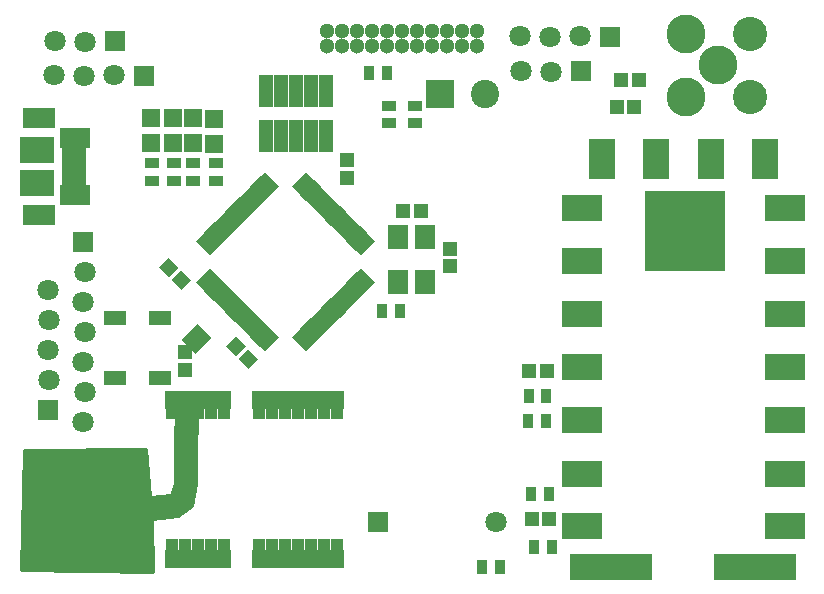
<source format=gts>
G04 #@! TF.FileFunction,Soldermask,Top*
%FSLAX46Y46*%
G04 Gerber Fmt 4.6, Leading zero omitted, Abs format (unit mm)*
G04 Created by KiCad (PCBNEW (after 2015-may-01 BZR unknown)-product) date Sun 10 May 2015 22:33:08 EDT*
%MOMM*%
G01*
G04 APERTURE LIST*
%ADD10C,0.100000*%
%ADD11R,2.100000X4.000000*%
%ADD12R,1.150000X1.200000*%
%ADD13R,1.200000X1.150000*%
%ADD14R,1.598880X1.598880*%
%ADD15C,2.398980*%
%ADD16R,2.398980X2.398980*%
%ADD17R,1.797000X1.797000*%
%ADD18C,1.797000*%
%ADD19R,1.160000X2.800000*%
%ADD20C,1.300000*%
%ADD21R,1.300000X0.900000*%
%ADD22R,0.900000X1.300000*%
%ADD23R,7.000000X2.200000*%
%ADD24R,3.400000X2.200000*%
%ADD25R,2.200000X3.400000*%
%ADD26R,6.800000X6.800000*%
%ADD27R,2.099260X0.798780*%
%ADD28R,2.701240X1.700480*%
%ADD29R,2.602180X1.700480*%
%ADD30R,2.899360X2.200860*%
%ADD31R,1.700480X2.000200*%
%ADD32C,3.300000*%
%ADD33C,2.900000*%
%ADD34R,1.200000X1.600000*%
%ADD35R,1.000000X1.300000*%
%ADD36R,1.924000X1.162000*%
%ADD37R,1.800000X1.800000*%
%ADD38C,1.800000*%
%ADD39C,0.254000*%
G04 APERTURE END LIST*
D10*
D11*
X149400000Y-80975000D03*
X142400000Y-80975000D03*
D12*
X154900000Y-69450000D03*
X154900000Y-67950000D03*
D10*
G36*
X161111180Y-68498008D02*
X160298008Y-69311180D01*
X159449480Y-68462652D01*
X160262652Y-67649480D01*
X161111180Y-68498008D01*
X161111180Y-68498008D01*
G37*
G36*
X160050520Y-67437348D02*
X159237348Y-68250520D01*
X158388820Y-67401992D01*
X159201992Y-66588820D01*
X160050520Y-67437348D01*
X160050520Y-67437348D01*
G37*
D12*
X177350000Y-60650000D03*
X177350000Y-59150000D03*
D13*
X173350000Y-55950000D03*
X174850000Y-55950000D03*
X184250000Y-82050000D03*
X185750000Y-82050000D03*
X191450000Y-47200000D03*
X192950000Y-47200000D03*
X191800000Y-44900000D03*
X193300000Y-44900000D03*
X184050000Y-69500000D03*
X185550000Y-69500000D03*
D14*
X152050000Y-48100980D03*
X152050000Y-50199020D03*
X153850000Y-48100980D03*
X153850000Y-50199020D03*
X155550000Y-48100980D03*
X155550000Y-50199020D03*
X157350000Y-48200980D03*
X157350000Y-50299020D03*
D15*
X180260000Y-46100000D03*
D16*
X176450000Y-46100000D03*
D10*
G36*
X155993395Y-65525737D02*
X157174263Y-66706605D01*
X156442407Y-67438461D01*
X155261539Y-66257593D01*
X155993395Y-65525737D01*
X155993395Y-65525737D01*
G37*
G36*
X155357593Y-66161539D02*
X156538461Y-67342407D01*
X155806605Y-68074263D01*
X154625737Y-66893395D01*
X155357593Y-66161539D01*
X155357593Y-66161539D01*
G37*
D17*
X188390000Y-44089040D03*
D18*
X185850000Y-44210960D03*
X183310000Y-44089040D03*
D17*
X148940000Y-41539040D03*
D18*
X146400000Y-41660960D03*
X143860000Y-41539040D03*
X148920000Y-44439040D03*
X146380000Y-44560960D03*
D17*
X151460000Y-44560960D03*
D18*
X143840000Y-44439040D03*
X188370000Y-41139040D03*
X185830000Y-41260960D03*
D17*
X190910000Y-41260960D03*
D18*
X183290000Y-41139040D03*
D17*
X143289040Y-72780000D03*
D18*
X143410960Y-70240000D03*
X143289040Y-67700000D03*
X143410960Y-65160000D03*
X143289040Y-62620000D03*
X146410960Y-61170000D03*
X146289040Y-63710000D03*
X146410960Y-66250000D03*
X146289040Y-68790000D03*
X146410960Y-71330000D03*
D17*
X146289040Y-58630000D03*
D18*
X146289040Y-73870000D03*
D19*
X161730000Y-49620000D03*
X161730000Y-45810000D03*
X163000000Y-49620000D03*
X163000000Y-45810000D03*
X164270000Y-49620000D03*
X164270000Y-45810000D03*
X165540000Y-49620000D03*
X165540000Y-45810000D03*
X166810000Y-49620000D03*
X166810000Y-45810000D03*
D20*
X166920000Y-40730000D03*
X168190000Y-40730000D03*
X169460000Y-40730000D03*
X170730000Y-40730000D03*
X172000000Y-40730000D03*
X173270000Y-40730000D03*
X174540000Y-40730000D03*
X175810000Y-40730000D03*
X177080000Y-40730000D03*
X178350000Y-40730000D03*
X179620000Y-40730000D03*
X179620000Y-42000000D03*
X178350000Y-42000000D03*
X177080000Y-42000000D03*
X175810000Y-42000000D03*
X174540000Y-42000000D03*
X173270000Y-42000000D03*
X172000000Y-42000000D03*
X170730000Y-42000000D03*
X169460000Y-42000000D03*
X168190000Y-42000000D03*
X166920000Y-42000000D03*
D21*
X174400000Y-48550000D03*
X174400000Y-47050000D03*
X172150000Y-48550000D03*
X172150000Y-47050000D03*
X152100000Y-51900000D03*
X152100000Y-53400000D03*
X154000000Y-51900000D03*
X154000000Y-53400000D03*
X155600000Y-51900000D03*
X155600000Y-53400000D03*
X157550000Y-51900000D03*
X157550000Y-53400000D03*
D22*
X171600000Y-64450000D03*
X173100000Y-64450000D03*
X184200000Y-79950000D03*
X185700000Y-79950000D03*
X185950000Y-84400000D03*
X184450000Y-84400000D03*
X183950000Y-73750000D03*
X185450000Y-73750000D03*
X184000000Y-71600000D03*
X185500000Y-71600000D03*
D23*
X203200000Y-86100000D03*
D24*
X205700000Y-82650000D03*
X205700000Y-78200000D03*
X205700000Y-73700000D03*
X205700000Y-69200000D03*
X205700000Y-64700000D03*
X205700000Y-60200000D03*
X205700000Y-55700000D03*
D25*
X204000000Y-51600000D03*
X194800000Y-51600000D03*
X199400000Y-51600000D03*
X190200000Y-51600000D03*
D24*
X188500000Y-55700000D03*
X188500000Y-60200000D03*
X188500000Y-64700000D03*
X188500000Y-69200000D03*
X188500000Y-73700000D03*
X188500000Y-78200000D03*
X188500000Y-82650000D03*
D23*
X191000000Y-86100000D03*
D26*
X197200000Y-57700000D03*
D27*
X145475680Y-52175000D03*
X145475680Y-51524760D03*
X145475680Y-53475480D03*
D28*
X142575000Y-48075440D03*
D29*
X145574740Y-49774700D03*
D28*
X142575000Y-56274560D03*
D29*
X145574740Y-54575300D03*
D27*
X145475680Y-52825240D03*
D30*
X142374340Y-50775460D03*
X142374340Y-53574540D03*
D27*
X145475680Y-50874520D03*
D31*
X172899380Y-61999920D03*
X172899380Y-58200080D03*
X175200620Y-58200080D03*
X175200620Y-61999920D03*
D32*
X200000000Y-43650000D03*
D33*
X202700020Y-40949980D03*
D32*
X197299980Y-40949980D03*
X197299980Y-46350020D03*
D33*
X202700020Y-46350020D03*
D22*
X172000000Y-44300000D03*
X170500000Y-44300000D03*
D34*
X153800000Y-85400000D03*
D35*
X153800000Y-84350000D03*
D34*
X154900000Y-85400000D03*
D35*
X154900000Y-84350000D03*
D34*
X156000000Y-85400000D03*
D35*
X156000000Y-84350000D03*
D34*
X157100000Y-85400000D03*
D35*
X157100000Y-84350000D03*
D34*
X158200000Y-85400000D03*
D35*
X158200000Y-84350000D03*
D34*
X161200000Y-85400000D03*
D35*
X161200000Y-84350000D03*
D34*
X162300000Y-85400000D03*
D35*
X162300000Y-84350000D03*
D34*
X163400000Y-85400000D03*
D35*
X163400000Y-84350000D03*
D34*
X164500000Y-85400000D03*
D35*
X164500000Y-84350000D03*
D34*
X165600000Y-85400000D03*
D35*
X165600000Y-84350000D03*
D34*
X166700000Y-85400000D03*
D35*
X166700000Y-84350000D03*
D34*
X167800000Y-85400000D03*
D35*
X167800000Y-84350000D03*
D34*
X153800000Y-72000000D03*
D35*
X153800000Y-73000000D03*
D34*
X154900000Y-72000000D03*
D35*
X154900000Y-73000000D03*
D34*
X156000000Y-72000000D03*
D35*
X156000000Y-73000000D03*
D34*
X157100000Y-72000000D03*
D35*
X157100000Y-73000000D03*
D34*
X158200000Y-72000000D03*
D35*
X158200000Y-73000000D03*
D34*
X161200000Y-72000000D03*
D35*
X161200000Y-73000000D03*
D34*
X162300000Y-72000000D03*
D35*
X162300000Y-73000000D03*
D34*
X163400000Y-72000000D03*
D35*
X163400000Y-73000000D03*
D34*
X164500000Y-72000000D03*
D35*
X164500000Y-73000000D03*
D34*
X165600000Y-72000000D03*
D35*
X165600000Y-73000000D03*
D34*
X166700000Y-72000000D03*
D35*
X166700000Y-73000000D03*
D34*
X167800000Y-72000000D03*
D35*
X167800000Y-73000000D03*
D36*
X152755000Y-65060000D03*
X152755000Y-70140000D03*
X148945000Y-65060000D03*
X148945000Y-70140000D03*
D12*
X168650000Y-51650000D03*
X168650000Y-53150000D03*
D10*
G36*
X152713820Y-60751992D02*
X153526992Y-59938820D01*
X154375520Y-60787348D01*
X153562348Y-61600520D01*
X152713820Y-60751992D01*
X152713820Y-60751992D01*
G37*
G36*
X153774480Y-61812652D02*
X154587652Y-60999480D01*
X155436180Y-61848008D01*
X154623008Y-62661180D01*
X153774480Y-61812652D01*
X153774480Y-61812652D01*
G37*
G36*
X156883135Y-63068075D02*
X158085555Y-61865655D01*
X158601743Y-62381843D01*
X157399323Y-63584263D01*
X156883135Y-63068075D01*
X156883135Y-63068075D01*
G37*
G36*
X157236957Y-63421897D02*
X158439377Y-62219477D01*
X158955565Y-62735665D01*
X157753145Y-63938085D01*
X157236957Y-63421897D01*
X157236957Y-63421897D01*
G37*
G36*
X157590779Y-63775719D02*
X158793199Y-62573299D01*
X159309387Y-63089487D01*
X158106967Y-64291907D01*
X157590779Y-63775719D01*
X157590779Y-63775719D01*
G37*
G36*
X157944601Y-64129541D02*
X159147021Y-62927121D01*
X159663209Y-63443309D01*
X158460789Y-64645729D01*
X157944601Y-64129541D01*
X157944601Y-64129541D01*
G37*
G36*
X158298423Y-64483363D02*
X159500843Y-63280943D01*
X160017031Y-63797131D01*
X158814611Y-64999551D01*
X158298423Y-64483363D01*
X158298423Y-64483363D01*
G37*
G36*
X155823464Y-62008404D02*
X157025884Y-60805984D01*
X157542072Y-61322172D01*
X156339652Y-62524592D01*
X155823464Y-62008404D01*
X155823464Y-62008404D01*
G37*
G36*
X156175490Y-62360430D02*
X157377910Y-61158010D01*
X157894098Y-61674198D01*
X156691678Y-62876618D01*
X156175490Y-62360430D01*
X156175490Y-62360430D01*
G37*
G36*
X156529313Y-62714252D02*
X157731733Y-61511832D01*
X158247921Y-62028020D01*
X157045501Y-63230440D01*
X156529313Y-62714252D01*
X156529313Y-62714252D01*
G37*
G36*
X163955984Y-66624116D02*
X164472172Y-66107928D01*
X165674592Y-67310348D01*
X165158404Y-67826536D01*
X163955984Y-66624116D01*
X163955984Y-66624116D01*
G37*
G36*
X164308010Y-66272090D02*
X164824198Y-65755902D01*
X166026618Y-66958322D01*
X165510430Y-67474510D01*
X164308010Y-66272090D01*
X164308010Y-66272090D01*
G37*
G36*
X164661832Y-65918267D02*
X165178020Y-65402079D01*
X166380440Y-66604499D01*
X165864252Y-67120687D01*
X164661832Y-65918267D01*
X164661832Y-65918267D01*
G37*
G36*
X165015655Y-65564445D02*
X165531843Y-65048257D01*
X166734263Y-66250677D01*
X166218075Y-66766865D01*
X165015655Y-65564445D01*
X165015655Y-65564445D01*
G37*
G36*
X165369477Y-65210623D02*
X165885665Y-64694435D01*
X167088085Y-65896855D01*
X166571897Y-66413043D01*
X165369477Y-65210623D01*
X165369477Y-65210623D01*
G37*
G36*
X165723299Y-64856801D02*
X166239487Y-64340613D01*
X167441907Y-65543033D01*
X166925719Y-66059221D01*
X165723299Y-64856801D01*
X165723299Y-64856801D01*
G37*
G36*
X166077121Y-64502979D02*
X166593309Y-63986791D01*
X167795729Y-65189211D01*
X167279541Y-65705399D01*
X166077121Y-64502979D01*
X166077121Y-64502979D01*
G37*
G36*
X166430943Y-64149157D02*
X166947131Y-63632969D01*
X168149551Y-64835389D01*
X167633363Y-65351577D01*
X166430943Y-64149157D01*
X166430943Y-64149157D01*
G37*
G36*
X169257928Y-59177828D02*
X170460348Y-57975408D01*
X170976536Y-58491596D01*
X169774116Y-59694016D01*
X169257928Y-59177828D01*
X169257928Y-59177828D01*
G37*
G36*
X168905902Y-58825802D02*
X170108322Y-57623382D01*
X170624510Y-58139570D01*
X169422090Y-59341990D01*
X168905902Y-58825802D01*
X168905902Y-58825802D01*
G37*
G36*
X168552079Y-58471980D02*
X169754499Y-57269560D01*
X170270687Y-57785748D01*
X169068267Y-58988168D01*
X168552079Y-58471980D01*
X168552079Y-58471980D01*
G37*
G36*
X168198257Y-58118157D02*
X169400677Y-56915737D01*
X169916865Y-57431925D01*
X168714445Y-58634345D01*
X168198257Y-58118157D01*
X168198257Y-58118157D01*
G37*
G36*
X167844435Y-57764335D02*
X169046855Y-56561915D01*
X169563043Y-57078103D01*
X168360623Y-58280523D01*
X167844435Y-57764335D01*
X167844435Y-57764335D01*
G37*
G36*
X167490613Y-57410513D02*
X168693033Y-56208093D01*
X169209221Y-56724281D01*
X168006801Y-57926701D01*
X167490613Y-57410513D01*
X167490613Y-57410513D01*
G37*
G36*
X167136791Y-57056691D02*
X168339211Y-55854271D01*
X168855399Y-56370459D01*
X167652979Y-57572879D01*
X167136791Y-57056691D01*
X167136791Y-57056691D01*
G37*
G36*
X166782969Y-56702869D02*
X167985389Y-55500449D01*
X168501577Y-56016637D01*
X167299157Y-57219057D01*
X166782969Y-56702869D01*
X166782969Y-56702869D01*
G37*
G36*
X161125408Y-53189652D02*
X161641596Y-52673464D01*
X162844016Y-53875884D01*
X162327828Y-54392072D01*
X161125408Y-53189652D01*
X161125408Y-53189652D01*
G37*
G36*
X160773382Y-53541678D02*
X161289570Y-53025490D01*
X162491990Y-54227910D01*
X161975802Y-54744098D01*
X160773382Y-53541678D01*
X160773382Y-53541678D01*
G37*
G36*
X160419560Y-53895501D02*
X160935748Y-53379313D01*
X162138168Y-54581733D01*
X161621980Y-55097921D01*
X160419560Y-53895501D01*
X160419560Y-53895501D01*
G37*
G36*
X160065737Y-54249323D02*
X160581925Y-53733135D01*
X161784345Y-54935555D01*
X161268157Y-55451743D01*
X160065737Y-54249323D01*
X160065737Y-54249323D01*
G37*
G36*
X159711915Y-54603145D02*
X160228103Y-54086957D01*
X161430523Y-55289377D01*
X160914335Y-55805565D01*
X159711915Y-54603145D01*
X159711915Y-54603145D01*
G37*
G36*
X159358093Y-54956967D02*
X159874281Y-54440779D01*
X161076701Y-55643199D01*
X160560513Y-56159387D01*
X159358093Y-54956967D01*
X159358093Y-54956967D01*
G37*
G36*
X159004271Y-55310789D02*
X159520459Y-54794601D01*
X160722879Y-55997021D01*
X160206691Y-56513209D01*
X159004271Y-55310789D01*
X159004271Y-55310789D01*
G37*
G36*
X158650449Y-55664611D02*
X159166637Y-55148423D01*
X160369057Y-56350843D01*
X159852869Y-56867031D01*
X158650449Y-55664611D01*
X158650449Y-55664611D01*
G37*
G36*
X158650449Y-64835389D02*
X159852869Y-63632969D01*
X160369057Y-64149157D01*
X159166637Y-65351577D01*
X158650449Y-64835389D01*
X158650449Y-64835389D01*
G37*
G36*
X159004271Y-65189211D02*
X160206691Y-63986791D01*
X160722879Y-64502979D01*
X159520459Y-65705399D01*
X159004271Y-65189211D01*
X159004271Y-65189211D01*
G37*
G36*
X159358093Y-65543033D02*
X160560513Y-64340613D01*
X161076701Y-64856801D01*
X159874281Y-66059221D01*
X159358093Y-65543033D01*
X159358093Y-65543033D01*
G37*
G36*
X166782969Y-63797131D02*
X167299157Y-63280943D01*
X168501577Y-64483363D01*
X167985389Y-64999551D01*
X166782969Y-63797131D01*
X166782969Y-63797131D01*
G37*
G36*
X167136791Y-63443309D02*
X167652979Y-62927121D01*
X168855399Y-64129541D01*
X168339211Y-64645729D01*
X167136791Y-63443309D01*
X167136791Y-63443309D01*
G37*
G36*
X167490613Y-63089487D02*
X168006801Y-62573299D01*
X169209221Y-63775719D01*
X168693033Y-64291907D01*
X167490613Y-63089487D01*
X167490613Y-63089487D01*
G37*
G36*
X166430943Y-56350843D02*
X167633363Y-55148423D01*
X168149551Y-55664611D01*
X166947131Y-56867031D01*
X166430943Y-56350843D01*
X166430943Y-56350843D01*
G37*
G36*
X166077121Y-55997021D02*
X167279541Y-54794601D01*
X167795729Y-55310789D01*
X166593309Y-56513209D01*
X166077121Y-55997021D01*
X166077121Y-55997021D01*
G37*
G36*
X165723299Y-55643199D02*
X166925719Y-54440779D01*
X167441907Y-54956967D01*
X166239487Y-56159387D01*
X165723299Y-55643199D01*
X165723299Y-55643199D01*
G37*
G36*
X158298423Y-56016637D02*
X158814611Y-55500449D01*
X160017031Y-56702869D01*
X159500843Y-57219057D01*
X158298423Y-56016637D01*
X158298423Y-56016637D01*
G37*
G36*
X157944601Y-56370459D02*
X158460789Y-55854271D01*
X159663209Y-57056691D01*
X159147021Y-57572879D01*
X157944601Y-56370459D01*
X157944601Y-56370459D01*
G37*
G36*
X157590779Y-56724281D02*
X158106967Y-56208093D01*
X159309387Y-57410513D01*
X158793199Y-57926701D01*
X157590779Y-56724281D01*
X157590779Y-56724281D01*
G37*
G36*
X159711915Y-65896855D02*
X160914335Y-64694435D01*
X161430523Y-65210623D01*
X160228103Y-66413043D01*
X159711915Y-65896855D01*
X159711915Y-65896855D01*
G37*
G36*
X160065737Y-66250677D02*
X161268157Y-65048257D01*
X161784345Y-65564445D01*
X160581925Y-66766865D01*
X160065737Y-66250677D01*
X160065737Y-66250677D01*
G37*
G36*
X160419560Y-66604499D02*
X161621980Y-65402079D01*
X162138168Y-65918267D01*
X160935748Y-67120687D01*
X160419560Y-66604499D01*
X160419560Y-66604499D01*
G37*
G36*
X160773382Y-66958322D02*
X161975802Y-65755902D01*
X162491990Y-66272090D01*
X161289570Y-67474510D01*
X160773382Y-66958322D01*
X160773382Y-66958322D01*
G37*
G36*
X161125408Y-67310348D02*
X162327828Y-66107928D01*
X162844016Y-66624116D01*
X161641596Y-67826536D01*
X161125408Y-67310348D01*
X161125408Y-67310348D01*
G37*
G36*
X167844435Y-62735665D02*
X168360623Y-62219477D01*
X169563043Y-63421897D01*
X169046855Y-63938085D01*
X167844435Y-62735665D01*
X167844435Y-62735665D01*
G37*
G36*
X168198257Y-62381843D02*
X168714445Y-61865655D01*
X169916865Y-63068075D01*
X169400677Y-63584263D01*
X168198257Y-62381843D01*
X168198257Y-62381843D01*
G37*
G36*
X168552079Y-62028020D02*
X169068267Y-61511832D01*
X170270687Y-62714252D01*
X169754499Y-63230440D01*
X168552079Y-62028020D01*
X168552079Y-62028020D01*
G37*
G36*
X168905902Y-61674198D02*
X169422090Y-61158010D01*
X170624510Y-62360430D01*
X170108322Y-62876618D01*
X168905902Y-61674198D01*
X168905902Y-61674198D01*
G37*
G36*
X169257928Y-61322172D02*
X169774116Y-60805984D01*
X170976536Y-62008404D01*
X170460348Y-62524592D01*
X169257928Y-61322172D01*
X169257928Y-61322172D01*
G37*
G36*
X165369477Y-55289377D02*
X166571897Y-54086957D01*
X167088085Y-54603145D01*
X165885665Y-55805565D01*
X165369477Y-55289377D01*
X165369477Y-55289377D01*
G37*
G36*
X165015655Y-54935555D02*
X166218075Y-53733135D01*
X166734263Y-54249323D01*
X165531843Y-55451743D01*
X165015655Y-54935555D01*
X165015655Y-54935555D01*
G37*
G36*
X164661832Y-54581733D02*
X165864252Y-53379313D01*
X166380440Y-53895501D01*
X165178020Y-55097921D01*
X164661832Y-54581733D01*
X164661832Y-54581733D01*
G37*
G36*
X164308010Y-54227910D02*
X165510430Y-53025490D01*
X166026618Y-53541678D01*
X164824198Y-54744098D01*
X164308010Y-54227910D01*
X164308010Y-54227910D01*
G37*
G36*
X163955984Y-53875884D02*
X165158404Y-52673464D01*
X165674592Y-53189652D01*
X164472172Y-54392072D01*
X163955984Y-53875884D01*
X163955984Y-53875884D01*
G37*
G36*
X157236957Y-57078103D02*
X157753145Y-56561915D01*
X158955565Y-57764335D01*
X158439377Y-58280523D01*
X157236957Y-57078103D01*
X157236957Y-57078103D01*
G37*
G36*
X156883135Y-57431925D02*
X157399323Y-56915737D01*
X158601743Y-58118157D01*
X158085555Y-58634345D01*
X156883135Y-57431925D01*
X156883135Y-57431925D01*
G37*
G36*
X156529313Y-57785748D02*
X157045501Y-57269560D01*
X158247921Y-58471980D01*
X157731733Y-58988168D01*
X156529313Y-57785748D01*
X156529313Y-57785748D01*
G37*
G36*
X156175490Y-58139570D02*
X156691678Y-57623382D01*
X157894098Y-58825802D01*
X157377910Y-59341990D01*
X156175490Y-58139570D01*
X156175490Y-58139570D01*
G37*
G36*
X155823464Y-58491596D02*
X156339652Y-57975408D01*
X157542072Y-59177828D01*
X157025884Y-59694016D01*
X155823464Y-58491596D01*
X155823464Y-58491596D01*
G37*
D37*
X171225000Y-82275000D03*
D38*
X181225000Y-82275000D03*
D22*
X181550000Y-86150000D03*
X180050000Y-86150000D03*
D39*
G36*
X155947812Y-73902545D02*
X155873056Y-75871102D01*
X155798233Y-79063558D01*
X155507371Y-80905686D01*
X154326840Y-81826500D01*
X152096055Y-82008075D01*
X152170861Y-86546271D01*
X141050270Y-86398325D01*
X141028869Y-86389764D01*
X141249301Y-76176416D01*
X151632827Y-76127553D01*
X151958718Y-80188649D01*
X153747322Y-80018306D01*
X154051867Y-78993926D01*
X154076992Y-75501633D01*
X154126400Y-72833593D01*
X154632332Y-71909716D01*
X155829535Y-72388597D01*
X155947812Y-73902545D01*
X155947812Y-73902545D01*
G37*
X155947812Y-73902545D02*
X155873056Y-75871102D01*
X155798233Y-79063558D01*
X155507371Y-80905686D01*
X154326840Y-81826500D01*
X152096055Y-82008075D01*
X152170861Y-86546271D01*
X141050270Y-86398325D01*
X141028869Y-86389764D01*
X141249301Y-76176416D01*
X151632827Y-76127553D01*
X151958718Y-80188649D01*
X153747322Y-80018306D01*
X154051867Y-78993926D01*
X154076992Y-75501633D01*
X154126400Y-72833593D01*
X154632332Y-71909716D01*
X155829535Y-72388597D01*
X155947812Y-73902545D01*
M02*

</source>
